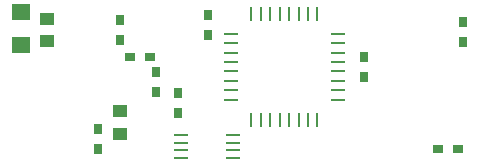
<source format=gbr>
G04 DipTrace 3.1.0.0*
G04 TopPaste.gbr*
%MOIN*%
G04 #@! TF.FileFunction,Paste,Top*
G04 #@! TF.Part,Single*
%AMOUTLINE2*
4,1,4,
0.023622,-0.003937,
-0.023622,-0.003937,
-0.023622,0.003937,
0.023622,0.003937,
0.023622,-0.003937,
0*%
%AMOUTLINE5*
4,1,4,
0.003937,0.023622,
0.003937,-0.023622,
-0.003937,-0.023622,
-0.003937,0.023622,
0.003937,0.023622,
0*%
%ADD69R,0.047244X0.007874*%
%ADD79R,0.051181X0.043307*%
%ADD81R,0.035433X0.031496*%
%ADD83R,0.062992X0.055118*%
%ADD85R,0.031496X0.035433*%
%ADD95OUTLINE2*%
%ADD98OUTLINE5*%
%FSLAX26Y26*%
G04*
G70*
G90*
G75*
G01*
G04 TopPaste*
%LPD*%
D85*
X1417887Y637587D3*
Y570657D3*
D83*
X274018Y676126D3*
Y786362D3*
D81*
X636556Y637587D3*
X703486D3*
D79*
X361528Y688163D3*
Y762966D3*
D85*
X899084Y708172D3*
Y775101D3*
D79*
X605257Y456222D3*
Y381419D3*
D85*
X530262Y328909D3*
Y395839D3*
D81*
X1665451Y331223D3*
X1732381D3*
D85*
X1749018Y752084D3*
Y685155D3*
X724066Y518824D3*
Y585753D3*
X799073Y450067D3*
Y516996D3*
X605303Y693842D3*
Y760772D3*
D95*
X1329685Y493821D3*
Y525318D3*
Y556814D3*
Y588310D3*
Y619806D3*
Y651302D3*
Y682798D3*
Y714294D3*
X975354Y493821D3*
Y525318D3*
Y556814D3*
Y588310D3*
Y619806D3*
Y651302D3*
Y682798D3*
Y714294D3*
D98*
X1262756Y781223D3*
X1231260D3*
X1199764D3*
X1168268D3*
X1136772D3*
X1105276D3*
X1073780D3*
X1042283D3*
X1262756Y426892D3*
X1231260D3*
X1199764D3*
X1168268D3*
X1136772D3*
X1105276D3*
X1073780D3*
X1042283D3*
D69*
X980343Y300051D3*
Y325642D3*
Y351232D3*
Y376823D3*
X807114D3*
Y351232D3*
Y325642D3*
Y300051D3*
M02*

</source>
